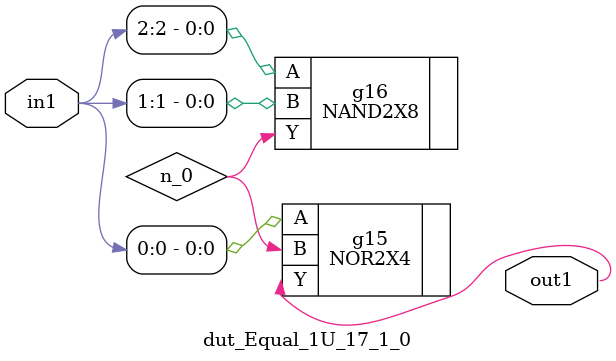
<source format=v>
`timescale 1ps / 1ps


module dut_Equal_1U_17_1_0(in1, out1);
  input [2:0] in1;
  output out1;
  wire [2:0] in1;
  wire out1;
  wire n_0;
  NOR2X4 g15(.A (in1[0]), .B (n_0), .Y (out1));
  NAND2X8 g16(.A (in1[2]), .B (in1[1]), .Y (n_0));
endmodule



</source>
